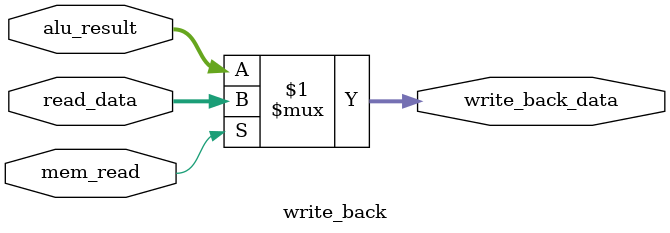
<source format=v>
module write_back(
    input wire mem_read,
    input wire [63:0] read_data,
    input wire [63:0] alu_result,
    output wire [63:0] write_back_data
);

    // Write back data mux
    assign write_back_data = (mem_read) ? read_data : alu_result;

    // For debuging
    always @(*) begin
        if (mem_read) begin
            $display("Write Back (ld operations): Read Data from memory = %0d", read_data);
        end else begin
            $display("Write Back (alu operations): ALU Result = %0d", alu_result);
        end
    end

endmodule
</source>
